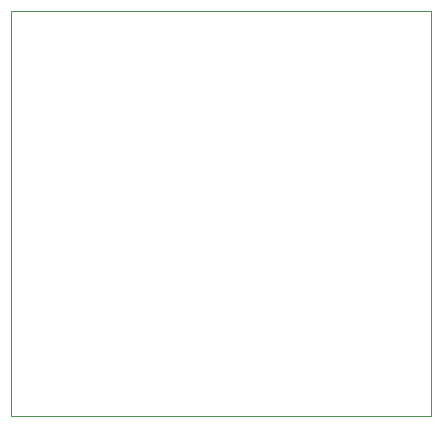
<source format=gbr>
G04 #@! TF.GenerationSoftware,KiCad,Pcbnew,5.1.2-f72e74a~84~ubuntu18.04.1*
G04 #@! TF.CreationDate,2019-11-26T17:04:54+01:00*
G04 #@! TF.ProjectId,resonator_LC,7265736f-6e61-4746-9f72-5f4c432e6b69,rev?*
G04 #@! TF.SameCoordinates,Original*
G04 #@! TF.FileFunction,Profile,NP*
%FSLAX46Y46*%
G04 Gerber Fmt 4.6, Leading zero omitted, Abs format (unit mm)*
G04 Created by KiCad (PCBNEW 5.1.2-f72e74a~84~ubuntu18.04.1) date 2019-11-26 17:04:54*
%MOMM*%
%LPD*%
G04 APERTURE LIST*
%ADD10C,0.050000*%
G04 APERTURE END LIST*
D10*
X119380000Y-67310000D02*
X119380000Y-101600000D01*
X83820000Y-67310000D02*
X119380000Y-67310000D01*
X83820000Y-101600000D02*
X83820000Y-67310000D01*
X119380000Y-101600000D02*
X83820000Y-101600000D01*
M02*

</source>
